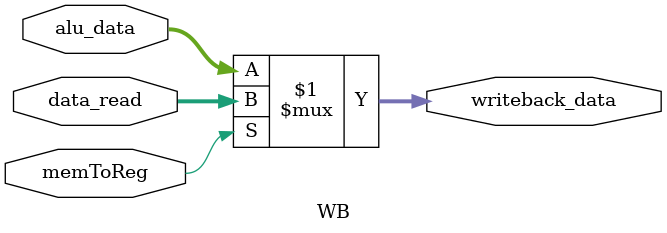
<source format=v>
`timescale 1ns / 1ps


module WB #(parameter WIDTH = 32) (
    data_read,
    alu_data,
    memToReg,
    writeback_data
    );

	input [WIDTH-1:0] data_read;
	input [WIDTH-1:0] alu_data;
	input memToReg;
	output [WIDTH-1:0] writeback_data;

	assign writeback_data = memToReg ? data_read : alu_data;

endmodule

</source>
